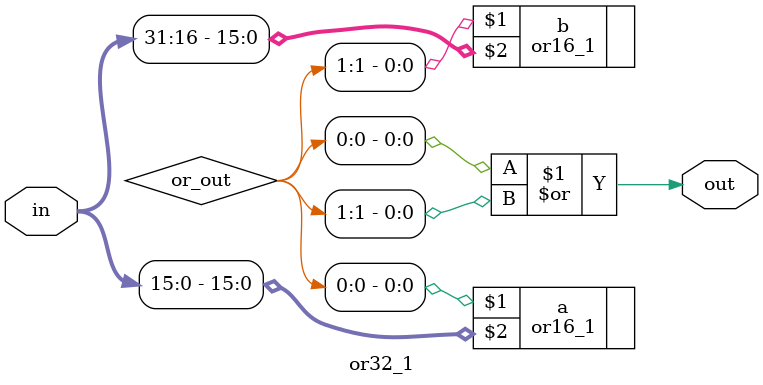
<source format=sv>
`timescale 1ps/1ps
module or32_1 (out, in);
	output out;
	input [31:0] in;
	
	logic [1:0] or_out;
	
	or16_1 a (or_out[0], in[15:0]);
	or16_1 b (or_out[1], in[31:16]);
	
	or #(50) c (out, or_out[0], or_out[1]);
	
endmodule 
</source>
